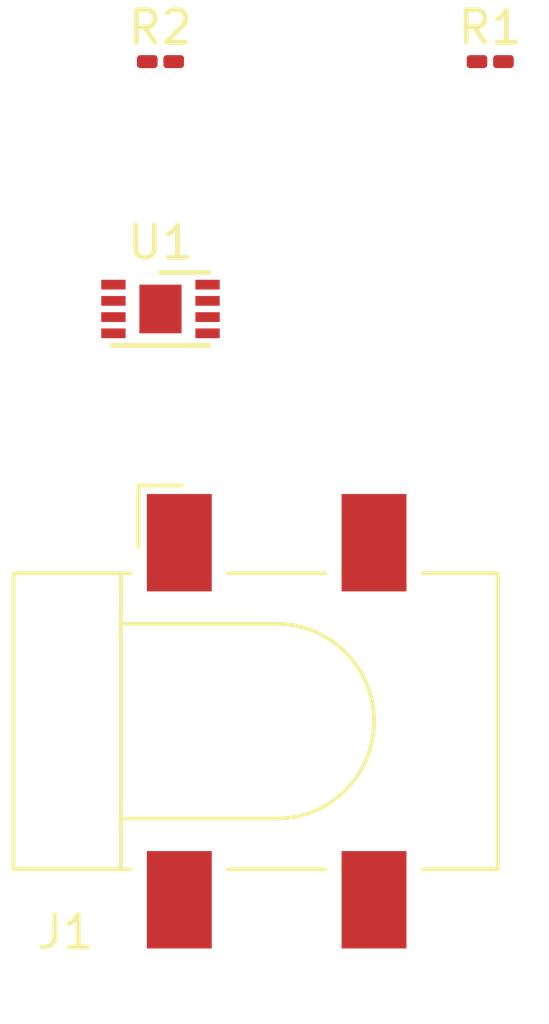
<source format=kicad_pcb>
(kicad_pcb (version 20211014) (generator pcbnew)
  (layers (0 "F.Cu" signal) (31 "B.Cu" signal) (34 "B.Paste" user) (35 "F.Paste" user) (36 "B.SilkS" user "B.Silkscreen") (37 "F.SilkS" user "F.Silkscreen") (38 "B.Mask" user) (39 "F.Mask" user) (44 "Edge.Cuts" user))
  (net 0 "")
  (net 1 "GND")
  (net 2 "Net-(J1-Pad2)")
  (net 3 "VCC")
  (footprint "Package_DFN_QFN:DFN-8-1EP_3x2mm_P0.5mm_EP1.3x1.5mm" (layer "F.Cu") (at 134.62 73.66)
    (fp_text reference "U1" (at 0 -2.05) (layer "F.SilkS"))
    (fp_text value "ATtiny102-M")
    (fp_line (start -1.5 1.125) (end 1.5 1.125) (layer "F.SilkS") (width 0.15))
    (fp_line (start 0 -1.125) (end 1.5 -1.125) (layer "F.SilkS") (width 0.15))
    (pad "1" smd rect (at -1.45 -0.75) (size 0.75 0.3) (layers "F.Cu" "F.Paste" "F.Mask") (net 3 "VCC"))
    (pad "2" smd rect (at -1.45 -0.25) (size 0.75 0.3) (layers "F.Cu" "F.Paste" "F.Mask"))
    (pad "3" smd rect (at -1.45 0.25) (size 0.75 0.3) (layers "F.Cu" "F.Paste" "F.Mask"))
    (pad "4" smd rect (at -1.45 0.75) (size 0.75 0.3) (layers "F.Cu" "F.Paste" "F.Mask"))
    (pad "5" smd rect (at 1.45 0.75) (size 0.75 0.3) (layers "F.Cu" "F.Paste" "F.Mask"))
    (pad "6" smd rect (at 1.45 0.25) (size 0.75 0.3) (layers "F.Cu" "F.Paste" "F.Mask"))
    (pad "7" smd rect (at 1.45 -0.25) (size 0.75 0.3) (layers "F.Cu" "F.Paste" "F.Mask"))
    (pad "8" smd rect (at 1.45 -0.75) (size 0.75 0.3) (layers "F.Cu" "F.Paste" "F.Mask") (net 1 "GND"))
    (pad "9" smd rect (at 0 0) (size 1.3 1.5) (layers "F.Cu" "F.Mask"))
  )
  (footprint "Connector_BarrelJack:BarrelJack_CLIFF_FC681465S_SMT_Horizontal" (layer "F.Cu") (at 138.2 86.36)
    (fp_text reference "J1" (at -6.5 6.5 180) (layer "F.SilkS"))
    (fp_text value "DC Jack")
    (fp_line (start -8.11 -4.56) (end -4.5 -4.56) (layer "F.SilkS") (width 0.12))
    (fp_line (start -4.8 4.56) (end -4.8 -4.56) (layer "F.SilkS") (width 0.12))
    (fp_line (start 4.5 -4.56) (end 6.81 -4.56) (layer "F.SilkS") (width 0.12))
    (fp_line (start -1.5 4.56) (end 1.5 4.56) (layer "F.SilkS") (width 0.12))
    (fp_line (start 4.5 4.56) (end 6.81 4.56) (layer "F.SilkS") (width 0.12))
    (fp_line (start -4.8 3) (end 0 3) (layer "F.SilkS") (width 0.12))
    (fp_line (start -2.92 -7.26) (end -4.26 -7.26) (layer "F.SilkS") (width 0.12))
    (fp_line (start -1.5 -4.56) (end 1.5 -4.56) (layer "F.SilkS") (width 0.12))
    (fp_line (start -8.11 4.56) (end -4.5 4.56) (layer "F.SilkS") (width 0.12))
    (fp_line (start -4.8 -3) (end 0 -3) (layer "F.SilkS") (width 0.12))
    (fp_line (start 6.81 4.56) (end 6.81 -4.56) (layer "F.SilkS") (width 0.12))
    (fp_line (start -8.11 4.56) (end -8.11 -4.56) (layer "F.SilkS") (width 0.12))
    (fp_line (start -4.26 -7.26) (end -4.26 -5.36) (layer "F.SilkS") (width 0.12))
    (fp_arc (start 0 -3) (mid 3 0) (end 0 3) (layer "F.SilkS") (width 0.12))
    (pad "" np_thru_hole oval (at -2.9 0 90) (size 2 1.5) (drill oval 2 1.5) (layers *.Cu *.Mask))
    (pad "" np_thru_hole circle (at 1.5 0 90) (size 2 2) (drill 2) (layers *.Cu *.Mask))
    (pad "1" smd rect (at 3 -5.5 90) (size 3 2) (layers "F.Cu" "F.Paste" "F.Mask") (net 1 "GND"))
    (pad "1" smd rect (at -3 -5.5 90) (size 3 2) (layers "F.Cu" "F.Paste" "F.Mask") (net 1 "GND"))
    (pad "2" smd rect (at 3 5.5 90) (size 3 2) (layers "F.Cu" "F.Paste" "F.Mask") (net 2 "Net-(J1-Pad2)"))
    (pad "3" smd rect (at -3 5.5 90) (size 3 2) (layers "F.Cu" "F.Paste" "F.Mask"))
  )
  (footprint "Resistor_SMD:R_0201_0603Metric_Pad0.64x0.40mm_HandSolder" (layer "F.Cu") (at 144.78 66.04)
    (fp_text reference "R1" (at 0 -1.05) (layer "F.SilkS"))
    (fp_text value "1.2K")
    (pad "1" smd roundrect (at -0.4075 0) (size 0.635 0.4) (layers "F.Cu" "F.Mask") (net 2 "Net-(J1-Pad2)"))
    (pad "2" smd roundrect (at 0.4075 0) (size 0.635 0.4) (layers "F.Cu" "F.Mask") (net 3 "VCC"))
  )
  (footprint "Resistor_SMD:R_0201_0603Metric_Pad0.64x0.40mm_HandSolder" (layer "F.Cu") (at 134.62 66.04)
    (fp_text reference "R2" (at 0 -1.05) (layer "F.SilkS"))
    (fp_text value "1.5K")
    (pad "1" smd roundrect (at -0.4075 0) (size 0.635 0.4) (layers "F.Cu" "F.Mask") (net 3 "VCC"))
    (pad "2" smd roundrect (at 0.4075 0) (size 0.635 0.4) (layers "F.Cu" "F.Mask") (net 1 "GND"))
  )
)
</source>
